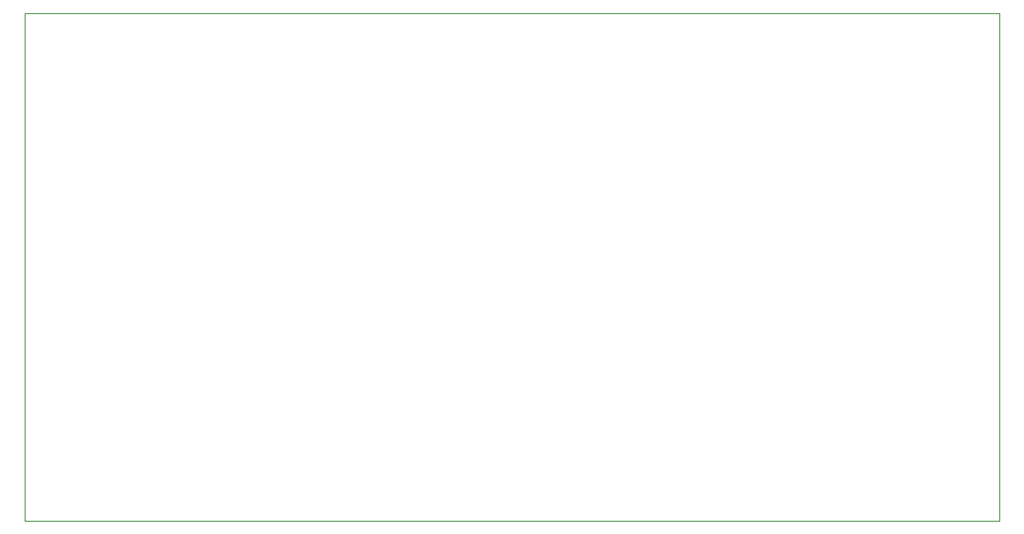
<source format=gm1>
G04 #@! TF.GenerationSoftware,KiCad,Pcbnew,(6.0.5-0)*
G04 #@! TF.CreationDate,2022-06-18T11:44:55-04:00*
G04 #@! TF.ProjectId,Diode Switcher Project,44696f64-6520-4537-9769-746368657220,rev?*
G04 #@! TF.SameCoordinates,Original*
G04 #@! TF.FileFunction,Profile,NP*
%FSLAX46Y46*%
G04 Gerber Fmt 4.6, Leading zero omitted, Abs format (unit mm)*
G04 Created by KiCad (PCBNEW (6.0.5-0)) date 2022-06-18 11:44:55*
%MOMM*%
%LPD*%
G01*
G04 APERTURE LIST*
G04 #@! TA.AperFunction,Profile*
%ADD10C,0.100000*%
G04 #@! TD*
G04 APERTURE END LIST*
D10*
X15738588Y-17216051D02*
X109329356Y-17216051D01*
X109329356Y-17216051D02*
X109329356Y-66046017D01*
X109329356Y-66046017D02*
X15738588Y-66046017D01*
X15738588Y-66046017D02*
X15738588Y-17216051D01*
M02*

</source>
